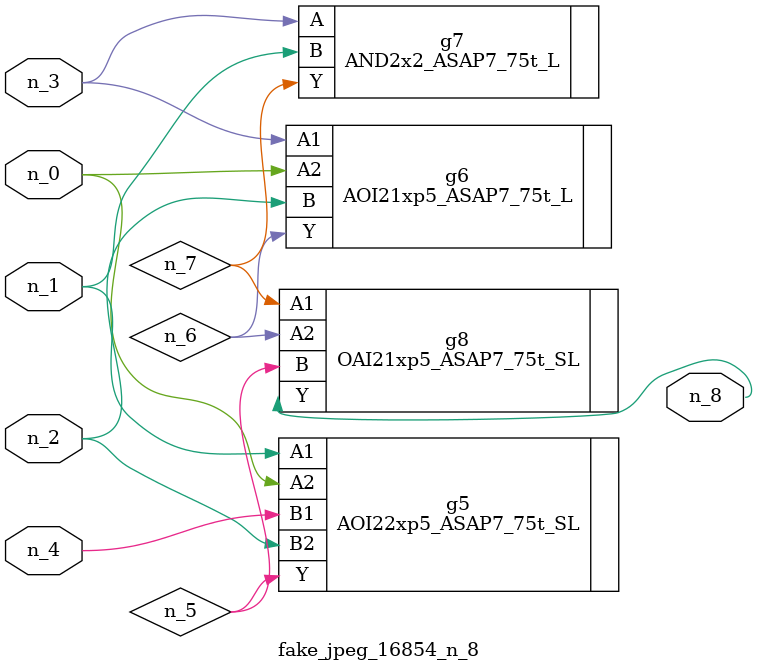
<source format=v>
module fake_jpeg_16854_n_8 (n_3, n_2, n_1, n_0, n_4, n_8);

input n_3;
input n_2;
input n_1;
input n_0;
input n_4;

output n_8;

wire n_6;
wire n_5;
wire n_7;

AOI22xp5_ASAP7_75t_SL g5 ( 
.A1(n_1),
.A2(n_0),
.B1(n_4),
.B2(n_2),
.Y(n_5)
);

AOI21xp5_ASAP7_75t_L g6 ( 
.A1(n_3),
.A2(n_0),
.B(n_2),
.Y(n_6)
);

AND2x2_ASAP7_75t_L g7 ( 
.A(n_3),
.B(n_1),
.Y(n_7)
);

OAI21xp5_ASAP7_75t_SL g8 ( 
.A1(n_7),
.A2(n_6),
.B(n_5),
.Y(n_8)
);


endmodule
</source>
